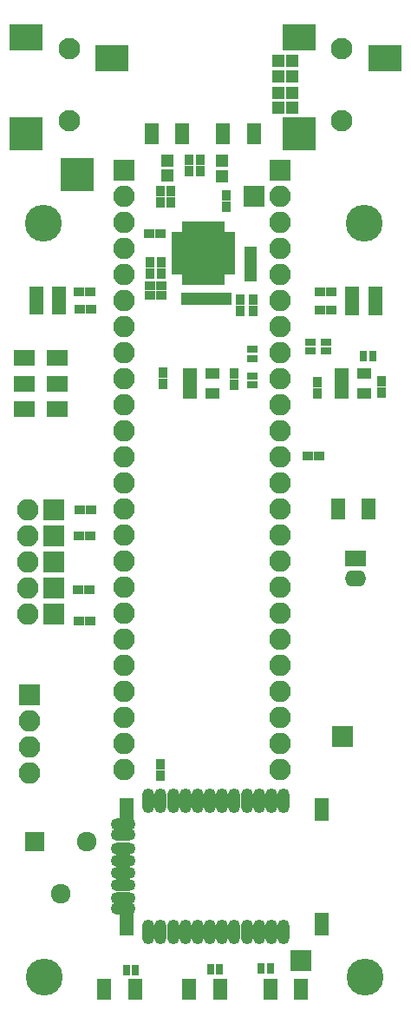
<source format=gbr>
G04 #@! TF.FileFunction,Soldermask,Top*
%FSLAX46Y46*%
G04 Gerber Fmt 4.6, Leading zero omitted, Abs format (unit mm)*
G04 Created by KiCad (PCBNEW 4.0.0-stable) date Friday, August 18, 2017 'PMt' 03:24:48 PM*
%MOMM*%
G01*
G04 APERTURE LIST*
%ADD10C,0.100000*%
%ADD11C,3.600000*%
%ADD12R,2.100000X1.600000*%
%ADD13O,2.100000X1.600000*%
%ADD14R,1.400000X2.000000*%
%ADD15R,1.432000X0.900000*%
%ADD16R,1.432000X1.022000*%
%ADD17R,2.100000X2.100000*%
%ADD18O,2.100000X2.100000*%
%ADD19R,1.150000X1.200000*%
%ADD20R,1.924000X1.924000*%
%ADD21C,1.924000*%
%ADD22R,2.000000X1.600000*%
%ADD23O,1.200000X2.400000*%
%ADD24O,2.400000X1.200000*%
%ADD25R,1.400000X2.200000*%
%ADD26R,0.600000X1.150000*%
%ADD27R,1.150000X0.600000*%
%ADD28R,2.300000X2.300000*%
%ADD29R,1.460000X1.050000*%
%ADD30R,3.200000X3.200000*%
%ADD31R,3.200000X2.600000*%
%ADD32C,2.100000*%
%ADD33R,0.900000X1.000000*%
%ADD34R,1.000000X0.900000*%
%ADD35R,0.800000X1.000000*%
%ADD36R,1.000000X0.800000*%
%ADD37R,0.830000X0.680000*%
%ADD38R,0.680000X0.830000*%
G04 APERTURE END LIST*
D10*
D11*
X105156000Y-48615600D03*
X105206800Y-122123200D03*
X136499600Y-122123200D03*
X136448800Y-48615600D03*
D12*
X135636000Y-81280000D03*
D13*
X135636000Y-83280000D03*
D14*
X127278000Y-123317000D03*
X130278000Y-123317000D03*
X111072800Y-123317000D03*
X114072800Y-123317000D03*
X119353200Y-123317000D03*
X122353200Y-123317000D03*
X115695600Y-39878000D03*
X118695600Y-39878000D03*
X122655200Y-39878000D03*
X125655200Y-39878000D03*
X133882000Y-76504800D03*
X136882000Y-76504800D03*
D15*
X104472000Y-56164400D03*
X106680000Y-56164400D03*
D16*
X104472000Y-57048400D03*
X104472000Y-55280400D03*
X106680000Y-55280400D03*
X106680000Y-57048400D03*
D17*
X130302000Y-120548400D03*
X103733600Y-94589600D03*
D18*
X103733600Y-97129600D03*
X103733600Y-99669600D03*
X103733600Y-102209600D03*
D17*
X134315200Y-98653600D03*
X113030000Y-43434000D03*
D18*
X113030000Y-45974000D03*
X113030000Y-48514000D03*
X113030000Y-51054000D03*
X113030000Y-53594000D03*
X113030000Y-56134000D03*
X113030000Y-58674000D03*
X113030000Y-61214000D03*
X113030000Y-63754000D03*
X113030000Y-66294000D03*
X113030000Y-68834000D03*
X113030000Y-71374000D03*
X113030000Y-73914000D03*
X113030000Y-76454000D03*
X113030000Y-78994000D03*
X113030000Y-81534000D03*
X113030000Y-84074000D03*
X113030000Y-86614000D03*
X113030000Y-89154000D03*
X113030000Y-91694000D03*
X113030000Y-94234000D03*
X113030000Y-96774000D03*
X113030000Y-99314000D03*
X113030000Y-101854000D03*
D17*
X125730000Y-45974000D03*
X128270000Y-43434000D03*
D18*
X128270000Y-45974000D03*
X128270000Y-48514000D03*
X128270000Y-51054000D03*
X128270000Y-53594000D03*
X128270000Y-56134000D03*
X128270000Y-58674000D03*
X128270000Y-61214000D03*
X128270000Y-63754000D03*
X128270000Y-66294000D03*
X128270000Y-68834000D03*
X128270000Y-71374000D03*
X128270000Y-73914000D03*
X128270000Y-76454000D03*
X128270000Y-78994000D03*
X128270000Y-81534000D03*
X128270000Y-84074000D03*
X128270000Y-86614000D03*
X128270000Y-89154000D03*
X128270000Y-91694000D03*
X128270000Y-94234000D03*
X128270000Y-96774000D03*
X128270000Y-99314000D03*
X128270000Y-101854000D03*
D17*
X106121200Y-76555600D03*
D18*
X103581200Y-76555600D03*
D17*
X106121200Y-79095600D03*
D18*
X103581200Y-79095600D03*
D17*
X106121200Y-81635600D03*
D18*
X103581200Y-81635600D03*
D17*
X106121200Y-84175600D03*
D18*
X103581200Y-84175600D03*
D17*
X106121200Y-86715600D03*
D18*
X103581200Y-86715600D03*
D19*
X128041400Y-35902200D03*
X128041400Y-37402200D03*
X128028700Y-34316100D03*
X128028700Y-32816100D03*
X129413000Y-37402200D03*
X129413000Y-35902200D03*
X122567700Y-44069700D03*
X122567700Y-42569700D03*
X117259100Y-44006200D03*
X117259100Y-42506200D03*
X129387600Y-32816100D03*
X129387600Y-34316100D03*
D20*
X104241600Y-108915200D03*
D21*
X109321600Y-108915200D03*
X106781600Y-113995200D03*
D22*
X106502000Y-64262000D03*
X103302000Y-64262000D03*
X106502000Y-66762000D03*
X103302000Y-66762000D03*
X103302000Y-61762000D03*
X106502000Y-61762000D03*
D23*
X128580400Y-104953600D03*
X127380400Y-104953600D03*
X126180400Y-104953600D03*
X124980400Y-104953600D03*
X123780400Y-104953600D03*
X122580400Y-104953600D03*
X121380400Y-104953600D03*
X120180400Y-104953600D03*
X118980400Y-104953600D03*
X117780400Y-104953600D03*
X116580400Y-104953600D03*
X115380400Y-104953600D03*
D24*
X112880400Y-107253600D03*
X112880400Y-108253600D03*
X112880400Y-109553600D03*
X112880400Y-110753600D03*
X112880400Y-111953600D03*
X112880400Y-113153600D03*
X112880400Y-114453600D03*
X112880400Y-115453600D03*
D23*
X115380400Y-117753600D03*
X116580400Y-117753600D03*
X117780400Y-117753600D03*
X118980400Y-117753600D03*
X120180400Y-117753600D03*
X121380400Y-117753600D03*
X122580400Y-117753600D03*
X123780400Y-117753600D03*
X124980400Y-117753600D03*
X126180400Y-117753600D03*
X127380400Y-117753600D03*
X128580400Y-117753600D03*
D25*
X113280400Y-105753600D03*
X113280400Y-116953600D03*
X132280400Y-116953600D03*
X132280400Y-105753600D03*
D26*
X118951600Y-54062000D03*
X119351600Y-54062000D03*
X119751600Y-54062000D03*
X120151600Y-54062000D03*
X120551600Y-54062000D03*
X120951600Y-54062000D03*
X121351600Y-54062000D03*
X121751600Y-54062000D03*
X122151600Y-54062000D03*
X122551600Y-54062000D03*
D27*
X123251600Y-53362000D03*
X123251600Y-52962000D03*
X123251600Y-52562000D03*
X123251600Y-52162000D03*
X123251600Y-51762000D03*
X123251600Y-51362000D03*
X123251600Y-50962000D03*
X123251600Y-50562000D03*
X123251600Y-50162000D03*
X123251600Y-49762000D03*
D26*
X122551600Y-49062000D03*
X122151600Y-49062000D03*
X121751600Y-49062000D03*
X121351600Y-49062000D03*
X120951600Y-49062000D03*
X120551600Y-49062000D03*
X120151600Y-49062000D03*
X119751600Y-49062000D03*
X119351600Y-49062000D03*
X118951600Y-49062000D03*
D27*
X118251600Y-49762000D03*
X118251600Y-50162000D03*
X118251600Y-50562000D03*
X118251600Y-50962000D03*
X118251600Y-51362000D03*
X118251600Y-51762000D03*
X118251600Y-52162000D03*
X118251600Y-52562000D03*
X118251600Y-52962000D03*
X118251600Y-53362000D03*
D28*
X121701600Y-50612000D03*
X119801600Y-50612000D03*
X121701600Y-52512000D03*
X119801600Y-52512000D03*
D29*
X134231200Y-63312000D03*
X134231200Y-64262000D03*
X134231200Y-65212000D03*
X136431200Y-65212000D03*
X136431200Y-63312000D03*
X119448400Y-63312000D03*
X119448400Y-64262000D03*
X119448400Y-65212000D03*
X121648400Y-65212000D03*
X121648400Y-63312000D03*
D15*
X137513800Y-56179800D03*
X135305800Y-56179800D03*
D16*
X137513800Y-55295800D03*
X137513800Y-57063800D03*
X135305800Y-57063800D03*
X135305800Y-55295800D03*
D30*
X108395200Y-43848400D03*
X103445200Y-39948400D03*
D31*
X111845200Y-32548400D03*
D32*
X107645200Y-38648400D03*
X107645200Y-31648400D03*
D31*
X103445200Y-30548400D03*
D30*
X130064400Y-39948400D03*
D31*
X138464400Y-32548400D03*
D32*
X134264400Y-38648400D03*
X134264400Y-31648400D03*
D31*
X130064400Y-30548400D03*
D33*
X116586000Y-102480200D03*
X116586000Y-101380200D03*
X116674900Y-52434400D03*
X116674900Y-53534400D03*
X116547900Y-45462100D03*
X116547900Y-46562100D03*
X124307600Y-57179300D03*
X124307600Y-56079300D03*
X125603000Y-57179300D03*
X125603000Y-56079300D03*
D34*
X116653400Y-55664100D03*
X115553400Y-55664100D03*
X116653400Y-54686200D03*
X115553400Y-54686200D03*
D33*
X115557300Y-52434400D03*
X115557300Y-53534400D03*
D34*
X116513700Y-49606200D03*
X115413700Y-49606200D03*
D33*
X117602000Y-46562100D03*
X117602000Y-45462100D03*
X123012200Y-47032000D03*
X123012200Y-45932000D03*
X120484900Y-43539500D03*
X120484900Y-42439500D03*
X119329200Y-43539500D03*
X119329200Y-42439500D03*
D34*
X130933100Y-71361300D03*
X132033100Y-71361300D03*
D33*
X138125200Y-65167600D03*
X138125200Y-64067600D03*
D34*
X132139600Y-55295800D03*
X133239600Y-55295800D03*
X132139600Y-57086500D03*
X133239600Y-57086500D03*
X109744600Y-57048400D03*
X108644600Y-57048400D03*
X109706500Y-55295800D03*
X108606500Y-55295800D03*
D33*
X116840000Y-63204000D03*
X116840000Y-64304000D03*
X131876800Y-65256500D03*
X131876800Y-64156500D03*
X123774200Y-64367500D03*
X123774200Y-63267500D03*
D34*
X109757300Y-76606400D03*
X108657300Y-76606400D03*
X109719200Y-79095600D03*
X108619200Y-79095600D03*
X109592200Y-84328000D03*
X108492200Y-84328000D03*
X109655700Y-87376000D03*
X108555700Y-87376000D03*
D35*
X127272200Y-121285000D03*
X126372200Y-121285000D03*
X113215000Y-121412000D03*
X114115000Y-121412000D03*
D36*
X125514100Y-61841800D03*
X125514100Y-60941800D03*
X125526800Y-63519900D03*
X125526800Y-64419900D03*
D35*
X121444600Y-121335800D03*
X122344600Y-121335800D03*
D36*
X131165600Y-60205200D03*
X131165600Y-61105200D03*
X132689600Y-60205200D03*
X132689600Y-61105200D03*
D35*
X136405200Y-61607700D03*
X137305200Y-61607700D03*
D37*
X118973600Y-56292400D03*
X118973600Y-55772400D03*
X120599200Y-56292400D03*
X120599200Y-55772400D03*
X121412000Y-56292400D03*
X121412000Y-55772400D03*
X122224800Y-56292400D03*
X122224800Y-55772400D03*
X123037600Y-56292400D03*
X123037600Y-55772400D03*
X119786400Y-56292400D03*
X119786400Y-55772400D03*
D38*
X125596300Y-51320700D03*
X125076300Y-51320700D03*
X125596300Y-52184300D03*
X125076300Y-52184300D03*
X125596300Y-53047900D03*
X125076300Y-53047900D03*
X125596300Y-53911500D03*
X125076300Y-53911500D03*
M02*

</source>
